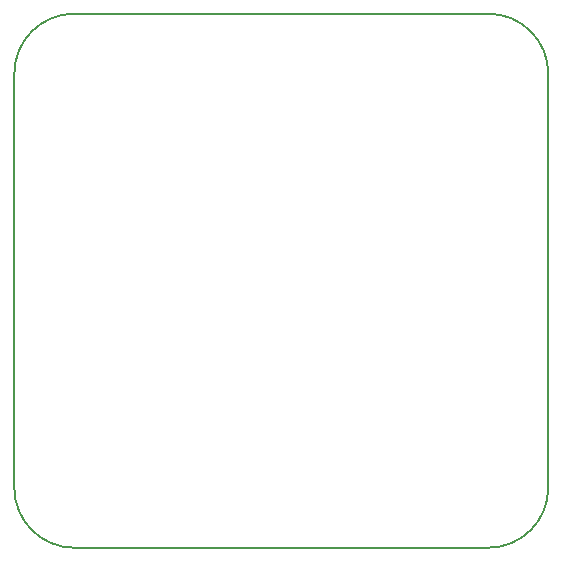
<source format=gbr>
G04 #@! TF.FileFunction,Profile,NP*
%FSLAX46Y46*%
G04 Gerber Fmt 4.6, Leading zero omitted, Abs format (unit mm)*
G04 Created by KiCad (PCBNEW 4.0.0-2.201511301920+6191~38~ubuntu14.04.1-stable) date Fri 22 Jan 2016 11:42:30 AM ICT*
%MOMM*%
G01*
G04 APERTURE LIST*
%ADD10C,0.100000*%
%ADD11C,0.150000*%
G04 APERTURE END LIST*
D10*
D11*
X169672000Y-119380000D02*
X169672000Y-84328000D01*
X129540000Y-124460000D02*
X164592000Y-124460000D01*
X124460000Y-119380000D02*
X124460000Y-84328000D01*
X129540000Y-79248000D02*
X164592000Y-79248000D01*
X129540000Y-79248000D02*
G75*
G03X124460000Y-84328000I0J-5080000D01*
G01*
X169672000Y-84328000D02*
G75*
G03X164592000Y-79248000I-5080000J0D01*
G01*
X164592000Y-124460000D02*
G75*
G03X169672000Y-119380000I0J5080000D01*
G01*
X124460000Y-119380000D02*
G75*
G03X129540000Y-124460000I5080000J0D01*
G01*
M02*

</source>
